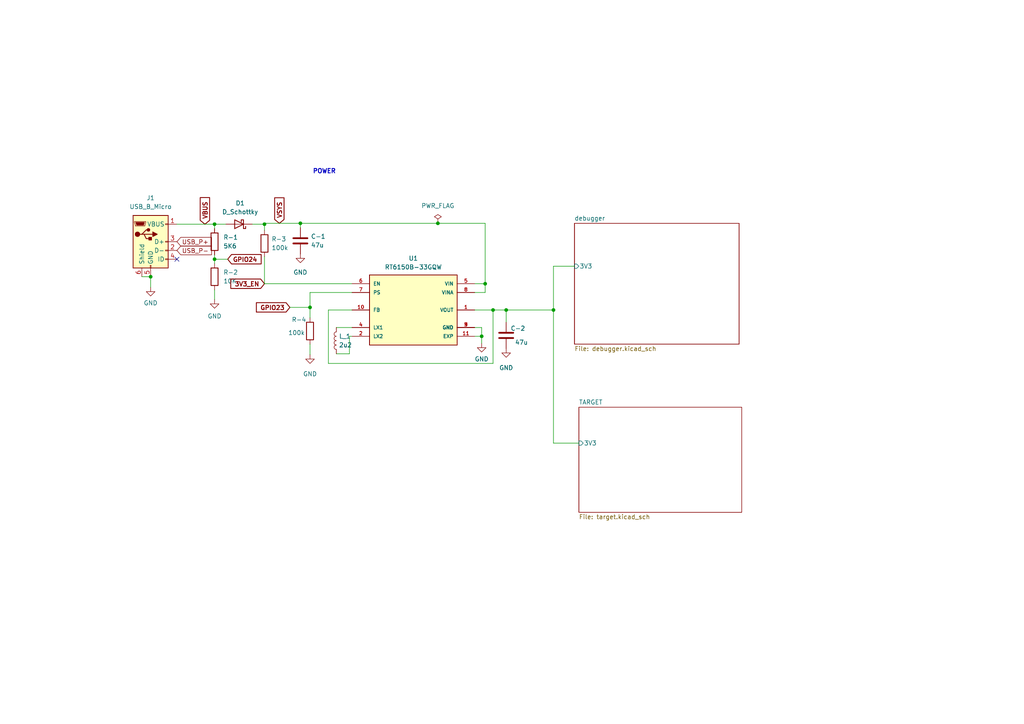
<source format=kicad_sch>
(kicad_sch (version 20211123) (generator eeschema)

  (uuid ee4edace-43c1-4ba3-8847-a0984ac81a85)

  (paper "A4")

  (title_block
    (title "pico with debugger")
    (date "2023-07-27")
    (rev "2")
    (comment 1 "to design a customised pico with debugger")
    (comment 2 "POWER")
  )

  (lib_symbols
    (symbol "Connector:USB_B_Micro" (pin_names (offset 1.016)) (in_bom yes) (on_board yes)
      (property "Reference" "J" (id 0) (at -5.08 11.43 0)
        (effects (font (size 1.27 1.27)) (justify left))
      )
      (property "Value" "USB_B_Micro" (id 1) (at -5.08 8.89 0)
        (effects (font (size 1.27 1.27)) (justify left))
      )
      (property "Footprint" "" (id 2) (at 3.81 -1.27 0)
        (effects (font (size 1.27 1.27)) hide)
      )
      (property "Datasheet" "~" (id 3) (at 3.81 -1.27 0)
        (effects (font (size 1.27 1.27)) hide)
      )
      (property "ki_keywords" "connector USB micro" (id 4) (at 0 0 0)
        (effects (font (size 1.27 1.27)) hide)
      )
      (property "ki_description" "USB Micro Type B connector" (id 5) (at 0 0 0)
        (effects (font (size 1.27 1.27)) hide)
      )
      (property "ki_fp_filters" "USB*" (id 6) (at 0 0 0)
        (effects (font (size 1.27 1.27)) hide)
      )
      (symbol "USB_B_Micro_0_1"
        (rectangle (start -5.08 -7.62) (end 5.08 7.62)
          (stroke (width 0.254) (type default) (color 0 0 0 0))
          (fill (type background))
        )
        (circle (center -3.81 2.159) (radius 0.635)
          (stroke (width 0.254) (type default) (color 0 0 0 0))
          (fill (type outline))
        )
        (circle (center -0.635 3.429) (radius 0.381)
          (stroke (width 0.254) (type default) (color 0 0 0 0))
          (fill (type outline))
        )
        (rectangle (start -0.127 -7.62) (end 0.127 -6.858)
          (stroke (width 0) (type default) (color 0 0 0 0))
          (fill (type none))
        )
        (polyline
          (pts
            (xy -1.905 2.159)
            (xy 0.635 2.159)
          )
          (stroke (width 0.254) (type default) (color 0 0 0 0))
          (fill (type none))
        )
        (polyline
          (pts
            (xy -3.175 2.159)
            (xy -2.54 2.159)
            (xy -1.27 3.429)
            (xy -0.635 3.429)
          )
          (stroke (width 0.254) (type default) (color 0 0 0 0))
          (fill (type none))
        )
        (polyline
          (pts
            (xy -2.54 2.159)
            (xy -1.905 2.159)
            (xy -1.27 0.889)
            (xy 0 0.889)
          )
          (stroke (width 0.254) (type default) (color 0 0 0 0))
          (fill (type none))
        )
        (polyline
          (pts
            (xy 0.635 2.794)
            (xy 0.635 1.524)
            (xy 1.905 2.159)
            (xy 0.635 2.794)
          )
          (stroke (width 0.254) (type default) (color 0 0 0 0))
          (fill (type outline))
        )
        (polyline
          (pts
            (xy -4.318 5.588)
            (xy -1.778 5.588)
            (xy -2.032 4.826)
            (xy -4.064 4.826)
            (xy -4.318 5.588)
          )
          (stroke (width 0) (type default) (color 0 0 0 0))
          (fill (type outline))
        )
        (polyline
          (pts
            (xy -4.699 5.842)
            (xy -4.699 5.588)
            (xy -4.445 4.826)
            (xy -4.445 4.572)
            (xy -1.651 4.572)
            (xy -1.651 4.826)
            (xy -1.397 5.588)
            (xy -1.397 5.842)
            (xy -4.699 5.842)
          )
          (stroke (width 0) (type default) (color 0 0 0 0))
          (fill (type none))
        )
        (rectangle (start 0.254 1.27) (end -0.508 0.508)
          (stroke (width 0.254) (type default) (color 0 0 0 0))
          (fill (type outline))
        )
        (rectangle (start 5.08 -5.207) (end 4.318 -4.953)
          (stroke (width 0) (type default) (color 0 0 0 0))
          (fill (type none))
        )
        (rectangle (start 5.08 -2.667) (end 4.318 -2.413)
          (stroke (width 0) (type default) (color 0 0 0 0))
          (fill (type none))
        )
        (rectangle (start 5.08 -0.127) (end 4.318 0.127)
          (stroke (width 0) (type default) (color 0 0 0 0))
          (fill (type none))
        )
        (rectangle (start 5.08 4.953) (end 4.318 5.207)
          (stroke (width 0) (type default) (color 0 0 0 0))
          (fill (type none))
        )
      )
      (symbol "USB_B_Micro_1_1"
        (pin power_out line (at 7.62 5.08 180) (length 2.54)
          (name "VBUS" (effects (font (size 1.27 1.27))))
          (number "1" (effects (font (size 1.27 1.27))))
        )
        (pin bidirectional line (at 7.62 -2.54 180) (length 2.54)
          (name "D-" (effects (font (size 1.27 1.27))))
          (number "2" (effects (font (size 1.27 1.27))))
        )
        (pin bidirectional line (at 7.62 0 180) (length 2.54)
          (name "D+" (effects (font (size 1.27 1.27))))
          (number "3" (effects (font (size 1.27 1.27))))
        )
        (pin passive line (at 7.62 -5.08 180) (length 2.54)
          (name "ID" (effects (font (size 1.27 1.27))))
          (number "4" (effects (font (size 1.27 1.27))))
        )
        (pin power_out line (at 0 -10.16 90) (length 2.54)
          (name "GND" (effects (font (size 1.27 1.27))))
          (number "5" (effects (font (size 1.27 1.27))))
        )
        (pin passive line (at -2.54 -10.16 90) (length 2.54)
          (name "Shield" (effects (font (size 1.27 1.27))))
          (number "6" (effects (font (size 1.27 1.27))))
        )
      )
    )
    (symbol "Device:C" (pin_numbers hide) (pin_names (offset 0.254)) (in_bom yes) (on_board yes)
      (property "Reference" "C" (id 0) (at 0.635 2.54 0)
        (effects (font (size 1.27 1.27)) (justify left))
      )
      (property "Value" "C" (id 1) (at 0.635 -2.54 0)
        (effects (font (size 1.27 1.27)) (justify left))
      )
      (property "Footprint" "" (id 2) (at 0.9652 -3.81 0)
        (effects (font (size 1.27 1.27)) hide)
      )
      (property "Datasheet" "~" (id 3) (at 0 0 0)
        (effects (font (size 1.27 1.27)) hide)
      )
      (property "ki_keywords" "cap capacitor" (id 4) (at 0 0 0)
        (effects (font (size 1.27 1.27)) hide)
      )
      (property "ki_description" "Unpolarized capacitor" (id 5) (at 0 0 0)
        (effects (font (size 1.27 1.27)) hide)
      )
      (property "ki_fp_filters" "C_*" (id 6) (at 0 0 0)
        (effects (font (size 1.27 1.27)) hide)
      )
      (symbol "C_0_1"
        (polyline
          (pts
            (xy -2.032 -0.762)
            (xy 2.032 -0.762)
          )
          (stroke (width 0.508) (type default) (color 0 0 0 0))
          (fill (type none))
        )
        (polyline
          (pts
            (xy -2.032 0.762)
            (xy 2.032 0.762)
          )
          (stroke (width 0.508) (type default) (color 0 0 0 0))
          (fill (type none))
        )
      )
      (symbol "C_1_1"
        (pin passive line (at 0 3.81 270) (length 2.794)
          (name "~" (effects (font (size 1.27 1.27))))
          (number "1" (effects (font (size 1.27 1.27))))
        )
        (pin passive line (at 0 -3.81 90) (length 2.794)
          (name "~" (effects (font (size 1.27 1.27))))
          (number "2" (effects (font (size 1.27 1.27))))
        )
      )
    )
    (symbol "Device:D_Schottky" (pin_numbers hide) (pin_names (offset 1.016) hide) (in_bom yes) (on_board yes)
      (property "Reference" "D" (id 0) (at 0 2.54 0)
        (effects (font (size 1.27 1.27)))
      )
      (property "Value" "D_Schottky" (id 1) (at 0 -2.54 0)
        (effects (font (size 1.27 1.27)))
      )
      (property "Footprint" "" (id 2) (at 0 0 0)
        (effects (font (size 1.27 1.27)) hide)
      )
      (property "Datasheet" "~" (id 3) (at 0 0 0)
        (effects (font (size 1.27 1.27)) hide)
      )
      (property "ki_keywords" "diode Schottky" (id 4) (at 0 0 0)
        (effects (font (size 1.27 1.27)) hide)
      )
      (property "ki_description" "Schottky diode" (id 5) (at 0 0 0)
        (effects (font (size 1.27 1.27)) hide)
      )
      (property "ki_fp_filters" "TO-???* *_Diode_* *SingleDiode* D_*" (id 6) (at 0 0 0)
        (effects (font (size 1.27 1.27)) hide)
      )
      (symbol "D_Schottky_0_1"
        (polyline
          (pts
            (xy 1.27 0)
            (xy -1.27 0)
          )
          (stroke (width 0) (type default) (color 0 0 0 0))
          (fill (type none))
        )
        (polyline
          (pts
            (xy 1.27 1.27)
            (xy 1.27 -1.27)
            (xy -1.27 0)
            (xy 1.27 1.27)
          )
          (stroke (width 0.254) (type default) (color 0 0 0 0))
          (fill (type none))
        )
        (polyline
          (pts
            (xy -1.905 0.635)
            (xy -1.905 1.27)
            (xy -1.27 1.27)
            (xy -1.27 -1.27)
            (xy -0.635 -1.27)
            (xy -0.635 -0.635)
          )
          (stroke (width 0.254) (type default) (color 0 0 0 0))
          (fill (type none))
        )
      )
      (symbol "D_Schottky_1_1"
        (pin passive line (at -3.81 0 0) (length 2.54)
          (name "K" (effects (font (size 1.27 1.27))))
          (number "1" (effects (font (size 1.27 1.27))))
        )
        (pin passive line (at 3.81 0 180) (length 2.54)
          (name "A" (effects (font (size 1.27 1.27))))
          (number "2" (effects (font (size 1.27 1.27))))
        )
      )
    )
    (symbol "Device:L" (pin_numbers hide) (pin_names (offset 1.016) hide) (in_bom yes) (on_board yes)
      (property "Reference" "L" (id 0) (at -1.27 0 90)
        (effects (font (size 1.27 1.27)))
      )
      (property "Value" "L" (id 1) (at 1.905 0 90)
        (effects (font (size 1.27 1.27)))
      )
      (property "Footprint" "" (id 2) (at 0 0 0)
        (effects (font (size 1.27 1.27)) hide)
      )
      (property "Datasheet" "~" (id 3) (at 0 0 0)
        (effects (font (size 1.27 1.27)) hide)
      )
      (property "ki_keywords" "inductor choke coil reactor magnetic" (id 4) (at 0 0 0)
        (effects (font (size 1.27 1.27)) hide)
      )
      (property "ki_description" "Inductor" (id 5) (at 0 0 0)
        (effects (font (size 1.27 1.27)) hide)
      )
      (property "ki_fp_filters" "Choke_* *Coil* Inductor_* L_*" (id 6) (at 0 0 0)
        (effects (font (size 1.27 1.27)) hide)
      )
      (symbol "L_0_1"
        (arc (start 0 -2.54) (mid 0.635 -1.905) (end 0 -1.27)
          (stroke (width 0) (type default) (color 0 0 0 0))
          (fill (type none))
        )
        (arc (start 0 -1.27) (mid 0.635 -0.635) (end 0 0)
          (stroke (width 0) (type default) (color 0 0 0 0))
          (fill (type none))
        )
        (arc (start 0 0) (mid 0.635 0.635) (end 0 1.27)
          (stroke (width 0) (type default) (color 0 0 0 0))
          (fill (type none))
        )
        (arc (start 0 1.27) (mid 0.635 1.905) (end 0 2.54)
          (stroke (width 0) (type default) (color 0 0 0 0))
          (fill (type none))
        )
      )
      (symbol "L_1_1"
        (pin passive line (at 0 3.81 270) (length 1.27)
          (name "1" (effects (font (size 1.27 1.27))))
          (number "1" (effects (font (size 1.27 1.27))))
        )
        (pin passive line (at 0 -3.81 90) (length 1.27)
          (name "2" (effects (font (size 1.27 1.27))))
          (number "2" (effects (font (size 1.27 1.27))))
        )
      )
    )
    (symbol "Device:R" (pin_numbers hide) (pin_names (offset 0)) (in_bom yes) (on_board yes)
      (property "Reference" "R" (id 0) (at 2.032 0 90)
        (effects (font (size 1.27 1.27)))
      )
      (property "Value" "R" (id 1) (at 0 0 90)
        (effects (font (size 1.27 1.27)))
      )
      (property "Footprint" "" (id 2) (at -1.778 0 90)
        (effects (font (size 1.27 1.27)) hide)
      )
      (property "Datasheet" "~" (id 3) (at 0 0 0)
        (effects (font (size 1.27 1.27)) hide)
      )
      (property "ki_keywords" "R res resistor" (id 4) (at 0 0 0)
        (effects (font (size 1.27 1.27)) hide)
      )
      (property "ki_description" "Resistor" (id 5) (at 0 0 0)
        (effects (font (size 1.27 1.27)) hide)
      )
      (property "ki_fp_filters" "R_*" (id 6) (at 0 0 0)
        (effects (font (size 1.27 1.27)) hide)
      )
      (symbol "R_0_1"
        (rectangle (start -1.016 -2.54) (end 1.016 2.54)
          (stroke (width 0.254) (type default) (color 0 0 0 0))
          (fill (type none))
        )
      )
      (symbol "R_1_1"
        (pin passive line (at 0 3.81 270) (length 1.27)
          (name "~" (effects (font (size 1.27 1.27))))
          (number "1" (effects (font (size 1.27 1.27))))
        )
        (pin passive line (at 0 -3.81 90) (length 1.27)
          (name "~" (effects (font (size 1.27 1.27))))
          (number "2" (effects (font (size 1.27 1.27))))
        )
      )
    )
    (symbol "RT6150B-33GQW:RT6150B-33GQW" (pin_names (offset 1.016)) (in_bom yes) (on_board yes)
      (property "Reference" "U" (id 0) (at -12.7028 10.1622 0)
        (effects (font (size 1.27 1.27)) (justify left bottom))
      )
      (property "Value" "RT6150B-33GQW" (id 1) (at -12.7184 -12.7184 0)
        (effects (font (size 1.27 1.27)) (justify left bottom))
      )
      (property "Footprint" "SON50P250X250X80-11N" (id 2) (at 0 0 0)
        (effects (font (size 1.27 1.27)) (justify bottom) hide)
      )
      (property "Datasheet" "" (id 3) (at 0 0 0)
        (effects (font (size 1.27 1.27)) hide)
      )
      (property "MANUFACTURER" "Richtek" (id 4) (at 0 0 0)
        (effects (font (size 1.27 1.27)) (justify bottom) hide)
      )
      (symbol "RT6150B-33GQW_0_0"
        (rectangle (start -12.7 -10.16) (end 12.7 10.16)
          (stroke (width 0.254) (type default) (color 0 0 0 0))
          (fill (type background))
        )
        (pin power_out line (at 17.78 0 180) (length 5.08)
          (name "VOUT" (effects (font (size 1.016 1.016))))
          (number "1" (effects (font (size 1.016 1.016))))
        )
        (pin input line (at -17.78 0 0) (length 5.08)
          (name "FB" (effects (font (size 1.016 1.016))))
          (number "10" (effects (font (size 1.016 1.016))))
        )
        (pin passive line (at 17.78 -7.62 180) (length 5.08)
          (name "EXP" (effects (font (size 1.016 1.016))))
          (number "11" (effects (font (size 1.016 1.016))))
        )
        (pin passive line (at -17.78 -7.62 0) (length 5.08)
          (name "LX2" (effects (font (size 1.016 1.016))))
          (number "2" (effects (font (size 1.016 1.016))))
        )
        (pin power_in line (at 17.78 -5.08 180) (length 5.08)
          (name "GND" (effects (font (size 1.016 1.016))))
          (number "3" (effects (font (size 1.016 1.016))))
        )
        (pin passive line (at -17.78 -5.08 0) (length 5.08)
          (name "LX1" (effects (font (size 1.016 1.016))))
          (number "4" (effects (font (size 1.016 1.016))))
        )
        (pin power_in line (at 17.78 7.62 180) (length 5.08)
          (name "VIN" (effects (font (size 1.016 1.016))))
          (number "5" (effects (font (size 1.016 1.016))))
        )
        (pin input line (at -17.78 7.62 0) (length 5.08)
          (name "EN" (effects (font (size 1.016 1.016))))
          (number "6" (effects (font (size 1.016 1.016))))
        )
        (pin input line (at -17.78 5.08 0) (length 5.08)
          (name "PS" (effects (font (size 1.016 1.016))))
          (number "7" (effects (font (size 1.016 1.016))))
        )
        (pin power_in line (at 17.78 5.08 180) (length 5.08)
          (name "VINA" (effects (font (size 1.016 1.016))))
          (number "8" (effects (font (size 1.016 1.016))))
        )
        (pin power_in line (at 17.78 -5.08 180) (length 5.08)
          (name "GND" (effects (font (size 1.016 1.016))))
          (number "9" (effects (font (size 1.016 1.016))))
        )
      )
    )
    (symbol "power:GND" (power) (pin_names (offset 0)) (in_bom yes) (on_board yes)
      (property "Reference" "#PWR" (id 0) (at 0 -6.35 0)
        (effects (font (size 1.27 1.27)) hide)
      )
      (property "Value" "GND" (id 1) (at 0 -3.81 0)
        (effects (font (size 1.27 1.27)))
      )
      (property "Footprint" "" (id 2) (at 0 0 0)
        (effects (font (size 1.27 1.27)) hide)
      )
      (property "Datasheet" "" (id 3) (at 0 0 0)
        (effects (font (size 1.27 1.27)) hide)
      )
      (property "ki_keywords" "global power" (id 4) (at 0 0 0)
        (effects (font (size 1.27 1.27)) hide)
      )
      (property "ki_description" "Power symbol creates a global label with name \"GND\" , ground" (id 5) (at 0 0 0)
        (effects (font (size 1.27 1.27)) hide)
      )
      (symbol "GND_0_1"
        (polyline
          (pts
            (xy 0 0)
            (xy 0 -1.27)
            (xy 1.27 -1.27)
            (xy 0 -2.54)
            (xy -1.27 -1.27)
            (xy 0 -1.27)
          )
          (stroke (width 0) (type default) (color 0 0 0 0))
          (fill (type none))
        )
      )
      (symbol "GND_1_1"
        (pin power_in line (at 0 0 270) (length 0) hide
          (name "GND" (effects (font (size 1.27 1.27))))
          (number "1" (effects (font (size 1.27 1.27))))
        )
      )
    )
    (symbol "power:PWR_FLAG" (power) (pin_numbers hide) (pin_names (offset 0) hide) (in_bom yes) (on_board yes)
      (property "Reference" "#FLG" (id 0) (at 0 1.905 0)
        (effects (font (size 1.27 1.27)) hide)
      )
      (property "Value" "PWR_FLAG" (id 1) (at 0 3.81 0)
        (effects (font (size 1.27 1.27)))
      )
      (property "Footprint" "" (id 2) (at 0 0 0)
        (effects (font (size 1.27 1.27)) hide)
      )
      (property "Datasheet" "~" (id 3) (at 0 0 0)
        (effects (font (size 1.27 1.27)) hide)
      )
      (property "ki_keywords" "flag power" (id 4) (at 0 0 0)
        (effects (font (size 1.27 1.27)) hide)
      )
      (property "ki_description" "Special symbol for telling ERC where power comes from" (id 5) (at 0 0 0)
        (effects (font (size 1.27 1.27)) hide)
      )
      (symbol "PWR_FLAG_0_0"
        (pin power_out line (at 0 0 90) (length 0)
          (name "pwr" (effects (font (size 1.27 1.27))))
          (number "1" (effects (font (size 1.27 1.27))))
        )
      )
      (symbol "PWR_FLAG_0_1"
        (polyline
          (pts
            (xy 0 0)
            (xy 0 1.27)
            (xy -1.016 1.905)
            (xy 0 2.54)
            (xy 1.016 1.905)
            (xy 0 1.27)
          )
          (stroke (width 0) (type default) (color 0 0 0 0))
          (fill (type none))
        )
      )
    )
  )

  (junction (at 62.23 65.024) (diameter 0) (color 0 0 0 0)
    (uuid 0826496b-ca8d-4056-b3a7-352600657cbd)
  )
  (junction (at 146.812 89.916) (diameter 0) (color 0 0 0 0)
    (uuid 133d2553-daab-4cc9-aba2-158897926810)
  )
  (junction (at 143.002 89.916) (diameter 0) (color 0 0 0 0)
    (uuid 28ca50d7-3d77-44b1-9d92-5c48f2eed9e8)
  )
  (junction (at 127 64.77) (diameter 0) (color 0 0 0 0)
    (uuid 49ec5564-15fe-4839-807e-b36e0111b7d0)
  )
  (junction (at 76.708 65.024) (diameter 0) (color 0 0 0 0)
    (uuid 4e66a4ac-aee0-4700-80a5-54f14e453503)
  )
  (junction (at 140.716 82.296) (diameter 0) (color 0 0 0 0)
    (uuid 623c3d78-3bdf-4638-8993-84a0af104631)
  )
  (junction (at 89.916 89.154) (diameter 0) (color 0 0 0 0)
    (uuid 6aac26ec-6ac7-4679-82ac-c3f8ba231918)
  )
  (junction (at 160.528 89.916) (diameter 0) (color 0 0 0 0)
    (uuid 71813a84-7c1a-4897-8c61-34a7fe35782d)
  )
  (junction (at 62.23 75.184) (diameter 0) (color 0 0 0 0)
    (uuid 7226d7ab-8069-4162-935f-476b7dc59f7d)
  )
  (junction (at 87.122 64.77) (diameter 0) (color 0 0 0 0)
    (uuid 99b5c057-2d2a-42bf-b163-91343961e23a)
  )
  (junction (at 43.688 80.264) (diameter 0) (color 0 0 0 0)
    (uuid 9ae93f0c-eb9c-465d-bd1a-c46f067cce49)
  )
  (junction (at 139.7 97.536) (diameter 0) (color 0 0 0 0)
    (uuid cc6ccc0f-f05e-41b3-9834-199369f70d32)
  )

  (no_connect (at 51.308 75.184) (uuid 2e979fe1-9f71-4fc7-a8fe-8fdfb9bfe305))

  (wire (pts (xy 89.916 99.822) (xy 89.916 102.87))
    (stroke (width 0) (type default) (color 0 0 0 0))
    (uuid 0bd2044b-f5a6-4e26-8d8f-fcee5872adb9)
  )
  (wire (pts (xy 102.108 97.536) (xy 101.346 97.536))
    (stroke (width 0) (type default) (color 0 0 0 0))
    (uuid 0e0d45b4-1b8c-417a-bd6a-6fb66143ee3e)
  )
  (wire (pts (xy 62.23 75.184) (xy 66.04 75.184))
    (stroke (width 0) (type default) (color 0 0 0 0))
    (uuid 102f808b-e98f-417f-b18c-d153a45dcb52)
  )
  (wire (pts (xy 62.23 73.914) (xy 62.23 75.184))
    (stroke (width 0) (type default) (color 0 0 0 0))
    (uuid 11f1c23a-8f53-43cd-9176-8492ff38fe4e)
  )
  (wire (pts (xy 62.23 84.074) (xy 62.23 86.868))
    (stroke (width 0) (type default) (color 0 0 0 0))
    (uuid 17d22d6c-545e-4298-a9cd-4b64b8d174bb)
  )
  (wire (pts (xy 143.002 105.41) (xy 143.002 89.916))
    (stroke (width 0) (type default) (color 0 0 0 0))
    (uuid 23f32f1c-dada-4b43-83af-d20333045011)
  )
  (wire (pts (xy 160.528 77.216) (xy 166.624 77.216))
    (stroke (width 0) (type default) (color 0 0 0 0))
    (uuid 249157d9-93ee-46f4-980e-70e18d07a232)
  )
  (wire (pts (xy 137.668 89.916) (xy 143.002 89.916))
    (stroke (width 0) (type default) (color 0 0 0 0))
    (uuid 27e8a410-b358-42da-8efd-230e37d007d1)
  )
  (wire (pts (xy 84.074 89.154) (xy 89.916 89.154))
    (stroke (width 0) (type default) (color 0 0 0 0))
    (uuid 29d77079-2197-45d8-80a5-05041c67049c)
  )
  (wire (pts (xy 160.528 128.524) (xy 167.894 128.524))
    (stroke (width 0) (type default) (color 0 0 0 0))
    (uuid 2ed895d5-6205-4ced-b0d4-f065834ff4cb)
  )
  (wire (pts (xy 143.002 89.916) (xy 146.812 89.916))
    (stroke (width 0) (type default) (color 0 0 0 0))
    (uuid 3600dfaa-07e8-4413-9e53-5c5d978a7ad2)
  )
  (wire (pts (xy 160.528 89.916) (xy 160.528 128.524))
    (stroke (width 0) (type default) (color 0 0 0 0))
    (uuid 3c5e507a-8566-4054-8323-3de37c626651)
  )
  (wire (pts (xy 62.23 75.184) (xy 62.23 76.454))
    (stroke (width 0) (type default) (color 0 0 0 0))
    (uuid 3f4fa9d9-c182-491b-afb7-198e75976d74)
  )
  (wire (pts (xy 137.668 94.996) (xy 139.7 94.996))
    (stroke (width 0) (type default) (color 0 0 0 0))
    (uuid 404f9e28-3c1d-4dab-aa61-78e61acb2f50)
  )
  (wire (pts (xy 89.916 92.202) (xy 89.916 89.154))
    (stroke (width 0) (type default) (color 0 0 0 0))
    (uuid 45462937-242d-4627-8d9b-d0f7d6cd70b1)
  )
  (wire (pts (xy 146.812 89.916) (xy 146.812 93.472))
    (stroke (width 0) (type default) (color 0 0 0 0))
    (uuid 4fa98cb0-c4ba-4786-9d25-ba8079a08e6f)
  )
  (wire (pts (xy 127 64.77) (xy 140.716 64.77))
    (stroke (width 0) (type default) (color 0 0 0 0))
    (uuid 573f3964-be97-4f0a-9cc0-f84025d055fb)
  )
  (wire (pts (xy 43.688 80.264) (xy 43.688 83.312))
    (stroke (width 0) (type default) (color 0 0 0 0))
    (uuid 580775db-eb9c-4ad4-bc5e-115eea8a7a39)
  )
  (wire (pts (xy 97.536 102.616) (xy 101.346 102.616))
    (stroke (width 0) (type default) (color 0 0 0 0))
    (uuid 58523a89-b42d-4cef-a976-55b4237df757)
  )
  (wire (pts (xy 140.716 82.296) (xy 140.716 84.836))
    (stroke (width 0) (type default) (color 0 0 0 0))
    (uuid 5d5b5873-87a6-42ae-8989-286f337d2366)
  )
  (wire (pts (xy 89.916 89.154) (xy 89.916 84.836))
    (stroke (width 0) (type default) (color 0 0 0 0))
    (uuid 5d9a1692-01fb-4712-ae30-8737bc94ddb4)
  )
  (wire (pts (xy 95.25 89.916) (xy 102.108 89.916))
    (stroke (width 0) (type default) (color 0 0 0 0))
    (uuid 643fd748-0a26-4acc-ac3f-70e6850c10fd)
  )
  (wire (pts (xy 87.122 64.77) (xy 127 64.77))
    (stroke (width 0) (type default) (color 0 0 0 0))
    (uuid 6869e5e9-7cc4-4a99-8e20-e3ea9225e78b)
  )
  (wire (pts (xy 95.25 89.916) (xy 95.25 105.41))
    (stroke (width 0) (type default) (color 0 0 0 0))
    (uuid 6aa3dad7-06eb-463b-b33c-cd6460c2b38c)
  )
  (wire (pts (xy 95.25 105.41) (xy 143.002 105.41))
    (stroke (width 0) (type default) (color 0 0 0 0))
    (uuid 76fd5146-dc0d-4e26-aff7-d318ac46859e)
  )
  (wire (pts (xy 62.23 65.024) (xy 62.23 66.294))
    (stroke (width 0) (type default) (color 0 0 0 0))
    (uuid 7ad683e0-1886-4bfa-8be3-a4160ba86f5a)
  )
  (wire (pts (xy 87.122 66.04) (xy 87.122 64.77))
    (stroke (width 0) (type default) (color 0 0 0 0))
    (uuid 7bc500bd-e5d5-44b6-be13-92da5b1e8f7a)
  )
  (wire (pts (xy 73.152 65.024) (xy 76.708 65.024))
    (stroke (width 0) (type default) (color 0 0 0 0))
    (uuid 7eb98088-b06e-47fe-907d-182f1c5cb9fe)
  )
  (wire (pts (xy 140.716 64.77) (xy 140.716 82.296))
    (stroke (width 0) (type default) (color 0 0 0 0))
    (uuid 81013031-a08a-4653-be14-9a31588a6686)
  )
  (wire (pts (xy 51.308 65.024) (xy 62.23 65.024))
    (stroke (width 0) (type default) (color 0 0 0 0))
    (uuid 829b33da-55a3-46e8-8a08-904f2fbdf8bd)
  )
  (wire (pts (xy 101.346 97.536) (xy 101.346 102.616))
    (stroke (width 0) (type default) (color 0 0 0 0))
    (uuid 86cb3993-5f0e-4fe8-bca0-fbba1bd8e3b5)
  )
  (wire (pts (xy 41.148 80.264) (xy 43.688 80.264))
    (stroke (width 0) (type default) (color 0 0 0 0))
    (uuid 871885ca-6317-4f2a-a012-8482f025dbed)
  )
  (wire (pts (xy 76.708 65.024) (xy 76.708 66.802))
    (stroke (width 0) (type default) (color 0 0 0 0))
    (uuid 960e9666-a023-4c91-900b-6b3628e9b390)
  )
  (wire (pts (xy 139.7 97.536) (xy 137.668 97.536))
    (stroke (width 0) (type default) (color 0 0 0 0))
    (uuid 9b61bcc7-129d-49d3-b374-3fba1844f3a0)
  )
  (wire (pts (xy 146.812 89.916) (xy 160.528 89.916))
    (stroke (width 0) (type default) (color 0 0 0 0))
    (uuid 9d4d786f-533b-41d2-a31e-d223759ce527)
  )
  (wire (pts (xy 97.536 94.996) (xy 102.108 94.996))
    (stroke (width 0) (type default) (color 0 0 0 0))
    (uuid ac7d2af1-8fe2-4e23-82bc-6194f16768ce)
  )
  (wire (pts (xy 76.708 82.296) (xy 102.108 82.296))
    (stroke (width 0) (type default) (color 0 0 0 0))
    (uuid b591a0a0-9f59-4669-b555-1a2aa22d3464)
  )
  (wire (pts (xy 76.708 64.77) (xy 76.708 65.024))
    (stroke (width 0) (type default) (color 0 0 0 0))
    (uuid be8b3886-7a2e-4070-ad95-9f98c9df151c)
  )
  (wire (pts (xy 160.528 89.916) (xy 160.528 77.216))
    (stroke (width 0) (type default) (color 0 0 0 0))
    (uuid c59c90ce-0302-418b-94b8-070e02cd3c18)
  )
  (wire (pts (xy 89.916 84.836) (xy 102.108 84.836))
    (stroke (width 0) (type default) (color 0 0 0 0))
    (uuid d7dcc9fb-85df-40d4-8b9a-1a9f1a85768a)
  )
  (wire (pts (xy 137.668 82.296) (xy 140.716 82.296))
    (stroke (width 0) (type default) (color 0 0 0 0))
    (uuid e063d66f-9a6b-4784-ba24-f4cfaf1cd03f)
  )
  (wire (pts (xy 87.122 64.77) (xy 76.708 64.77))
    (stroke (width 0) (type default) (color 0 0 0 0))
    (uuid e659da7e-0be4-4393-b8a0-bf4f8abc90df)
  )
  (wire (pts (xy 140.716 84.836) (xy 137.668 84.836))
    (stroke (width 0) (type default) (color 0 0 0 0))
    (uuid e7805779-521a-45cf-9e06-826dca755fe8)
  )
  (wire (pts (xy 62.23 65.024) (xy 65.532 65.024))
    (stroke (width 0) (type default) (color 0 0 0 0))
    (uuid e94fb53a-f42d-4fc1-8e8c-38514dad26f4)
  )
  (wire (pts (xy 139.7 97.536) (xy 139.7 99.568))
    (stroke (width 0) (type default) (color 0 0 0 0))
    (uuid ef6b3c30-0428-47ff-a484-b84b98e86e8f)
  )
  (wire (pts (xy 76.708 74.422) (xy 76.708 82.296))
    (stroke (width 0) (type default) (color 0 0 0 0))
    (uuid f40ccf2d-a76d-4437-a064-8b1700d77f29)
  )
  (wire (pts (xy 139.7 94.996) (xy 139.7 97.536))
    (stroke (width 0) (type default) (color 0 0 0 0))
    (uuid f8b561de-0c0d-4302-9c3a-c01cb63e1f15)
  )

  (text "POWER\n" (at 90.678 50.546 0)
    (effects (font (size 1.27 1.27) (thickness 0.254) bold) (justify left bottom))
    (uuid d6420fef-dc08-4edf-b70e-57b70b60ee61)
  )

  (global_label "VSYS" (shape input) (at 81.026 64.77 90) (fields_autoplaced)
    (effects (font (size 1.27 1.27) bold) (justify left))
    (uuid 0bb5e282-0147-491d-bb82-e6e199b84abc)
    (property "Intersheet References" "${INTERSHEET_REFS}" (id 0) (at 80.899 57.5703 90)
      (effects (font (size 1.27 1.27) bold) (justify left) hide)
    )
  )
  (global_label "USB_P-" (shape input) (at 51.308 72.644 0) (fields_autoplaced)
    (effects (font (size 1.27 1.27)) (justify left))
    (uuid 0ffa3896-34c6-4ae8-8e67-9e340844f4dc)
    (property "Intersheet References" "${INTERSHEET_REFS}" (id 0) (at 61.3411 72.5646 0)
      (effects (font (size 1.27 1.27)) (justify left) hide)
    )
  )
  (global_label "USB_P+" (shape input) (at 51.308 70.104 0) (fields_autoplaced)
    (effects (font (size 1.27 1.27)) (justify left))
    (uuid c1bd87c8-60a9-4604-a7fc-24c932d921d0)
    (property "Intersheet References" "${INTERSHEET_REFS}" (id 0) (at 61.3411 70.0246 0)
      (effects (font (size 1.27 1.27)) (justify left) hide)
    )
  )
  (global_label "3V3_EN" (shape input) (at 76.708 82.296 180) (fields_autoplaced)
    (effects (font (size 1.27 1.27) bold) (justify right))
    (uuid d5f99655-f1e5-4df5-9a9c-ec70687f0a2f)
    (property "Intersheet References" "${INTERSHEET_REFS}" (id 0) (at 67.1497 82.423 0)
      (effects (font (size 1.27 1.27) bold) (justify right) hide)
    )
  )
  (global_label "GPIO23" (shape input) (at 84.074 89.154 180) (fields_autoplaced)
    (effects (font (size 1.27 1.27) bold) (justify right))
    (uuid d96ffe9f-09a4-400b-9827-aa0bfdb6f065)
    (property "Intersheet References" "${INTERSHEET_REFS}" (id 0) (at 74.5762 89.027 0)
      (effects (font (size 1.27 1.27) bold) (justify right) hide)
    )
  )
  (global_label "VBUS" (shape input) (at 59.436 65.024 90) (fields_autoplaced)
    (effects (font (size 1.27 1.27) bold) (justify left))
    (uuid e8bc0624-9f72-4c72-aed7-4bec9c95ad1d)
    (property "Intersheet References" "${INTERSHEET_REFS}" (id 0) (at 59.309 57.5219 90)
      (effects (font (size 1.27 1.27) bold) (justify left) hide)
    )
  )
  (global_label "GPIO24" (shape input) (at 66.04 75.184 0) (fields_autoplaced)
    (effects (font (size 1.27 1.27) bold) (justify left))
    (uuid f559dbc3-d4cc-40f1-b8c6-f04047fb3487)
    (property "Intersheet References" "${INTERSHEET_REFS}" (id 0) (at 75.5378 75.057 0)
      (effects (font (size 1.27 1.27) bold) (justify left) hide)
    )
  )

  (symbol (lib_id "Device:L") (at 97.536 98.806 180) (unit 1)
    (in_bom yes) (on_board yes) (fields_autoplaced)
    (uuid 05402c1c-bac6-4630-a524-aaaae337e3ce)
    (property "Reference" "L_1" (id 0) (at 98.298 97.5359 0)
      (effects (font (size 1.27 1.27)) (justify right))
    )
    (property "Value" "2u2" (id 1) (at 98.298 100.0759 0)
      (effects (font (size 1.27 1.27)) (justify right))
    )
    (property "Footprint" "Inductor_SMD:L_1210_3225Metric_Pad1.42x2.65mm_HandSolder" (id 2) (at 97.536 98.806 0)
      (effects (font (size 1.27 1.27)) hide)
    )
    (property "Datasheet" "~" (id 3) (at 97.536 98.806 0)
      (effects (font (size 1.27 1.27)) hide)
    )
    (pin "1" (uuid fbae783e-d191-445f-8d27-57865db2605a))
    (pin "2" (uuid 9305d24f-761a-4103-a008-90bd32612b43))
  )

  (symbol (lib_id "Device:R") (at 62.23 80.264 0) (unit 1)
    (in_bom yes) (on_board yes) (fields_autoplaced)
    (uuid 13676f85-a91c-4a5b-a912-fd6677c647de)
    (property "Reference" "R-2" (id 0) (at 64.77 78.9939 0)
      (effects (font (size 1.27 1.27)) (justify left))
    )
    (property "Value" "10K" (id 1) (at 64.77 81.5339 0)
      (effects (font (size 1.27 1.27)) (justify left))
    )
    (property "Footprint" "Resistor_SMD:R_0805_2012Metric_Pad1.20x1.40mm_HandSolder" (id 2) (at 60.452 80.264 90)
      (effects (font (size 1.27 1.27)) hide)
    )
    (property "Datasheet" "~" (id 3) (at 62.23 80.264 0)
      (effects (font (size 1.27 1.27)) hide)
    )
    (pin "1" (uuid 3d95420f-5d57-46d5-aa02-6d3a064e129c))
    (pin "2" (uuid ceebb65c-9a5f-4a8f-beea-ac36616fdea6))
  )

  (symbol (lib_id "Connector:USB_B_Micro") (at 43.688 70.104 0) (unit 1)
    (in_bom yes) (on_board yes) (fields_autoplaced)
    (uuid 19d8d802-f68b-438a-bc1f-7a8bbb47b3ea)
    (property "Reference" "J1" (id 0) (at 43.688 57.404 0))
    (property "Value" "USB_B_Micro" (id 1) (at 43.688 59.944 0))
    (property "Footprint" "MICRO USB B:101181930001LF" (id 2) (at 47.498 71.374 0)
      (effects (font (size 1.27 1.27)) hide)
    )
    (property "Datasheet" "~" (id 3) (at 47.498 71.374 0)
      (effects (font (size 1.27 1.27)) hide)
    )
    (pin "1" (uuid 8189d7a4-4ab0-44a7-af1e-014ffe8e4576))
    (pin "2" (uuid 17768290-30a5-4312-b28b-110958ac3516))
    (pin "3" (uuid 442c3568-5673-426b-9e6b-1e93be18d240))
    (pin "4" (uuid 8693f815-5e45-45ea-98e5-34f673eb51fd))
    (pin "5" (uuid ab3efdc0-c007-4c1c-b894-d4bfcad435ee))
    (pin "6" (uuid 80c3a5db-157d-4e57-8a99-2ad564c4c253))
  )

  (symbol (lib_id "Device:D_Schottky") (at 69.342 65.024 180) (unit 1)
    (in_bom yes) (on_board yes) (fields_autoplaced)
    (uuid 237944f1-6a60-4b80-8aa2-6a2ea78f0c43)
    (property "Reference" "D1" (id 0) (at 69.6595 58.928 0))
    (property "Value" "D_Schottky" (id 1) (at 69.6595 61.468 0))
    (property "Footprint" "schottky:SODFL3616X98N" (id 2) (at 69.342 65.024 0)
      (effects (font (size 1.27 1.27)) hide)
    )
    (property "Datasheet" "~" (id 3) (at 69.342 65.024 0)
      (effects (font (size 1.27 1.27)) hide)
    )
    (pin "1" (uuid a5c93723-69f3-4653-8223-36654edcfa3e))
    (pin "2" (uuid 65946008-f208-4bac-88f6-b10057d0414e))
  )

  (symbol (lib_id "power:GND") (at 146.812 101.092 0) (unit 1)
    (in_bom yes) (on_board yes) (fields_autoplaced)
    (uuid 30b1948a-19f4-4269-9991-6129b0ba14b1)
    (property "Reference" "#PWR07" (id 0) (at 146.812 107.442 0)
      (effects (font (size 1.27 1.27)) hide)
    )
    (property "Value" "GND" (id 1) (at 146.812 106.68 0))
    (property "Footprint" "" (id 2) (at 146.812 101.092 0)
      (effects (font (size 1.27 1.27)) hide)
    )
    (property "Datasheet" "" (id 3) (at 146.812 101.092 0)
      (effects (font (size 1.27 1.27)) hide)
    )
    (pin "1" (uuid 1b744a80-b5df-4329-a903-c57acc285429))
  )

  (symbol (lib_id "power:GND") (at 139.7 99.568 0) (unit 1)
    (in_bom yes) (on_board yes) (fields_autoplaced)
    (uuid 45801bf3-6645-48ed-844d-bc51471d6128)
    (property "Reference" "#PWR06" (id 0) (at 139.7 105.918 0)
      (effects (font (size 1.27 1.27)) hide)
    )
    (property "Value" "GND" (id 1) (at 139.7 104.14 0))
    (property "Footprint" "" (id 2) (at 139.7 99.568 0)
      (effects (font (size 1.27 1.27)) hide)
    )
    (property "Datasheet" "" (id 3) (at 139.7 99.568 0)
      (effects (font (size 1.27 1.27)) hide)
    )
    (pin "1" (uuid c3b6985e-f492-4917-a445-ccd854bc1b19))
  )

  (symbol (lib_id "power:GND") (at 87.122 73.66 0) (unit 1)
    (in_bom yes) (on_board yes) (fields_autoplaced)
    (uuid 4e42a9f0-450f-4daa-b880-853d131edbf9)
    (property "Reference" "#PWR04" (id 0) (at 87.122 80.01 0)
      (effects (font (size 1.27 1.27)) hide)
    )
    (property "Value" "GND" (id 1) (at 87.122 78.994 0))
    (property "Footprint" "" (id 2) (at 87.122 73.66 0)
      (effects (font (size 1.27 1.27)) hide)
    )
    (property "Datasheet" "" (id 3) (at 87.122 73.66 0)
      (effects (font (size 1.27 1.27)) hide)
    )
    (pin "1" (uuid 27105c88-1213-4437-afee-c5de3bb7d25f))
  )

  (symbol (lib_id "power:GND") (at 89.916 102.87 0) (unit 1)
    (in_bom yes) (on_board yes) (fields_autoplaced)
    (uuid 4efbcf31-69fe-46f9-a0c5-57aaf4ee0cb1)
    (property "Reference" "#PWR05" (id 0) (at 89.916 109.22 0)
      (effects (font (size 1.27 1.27)) hide)
    )
    (property "Value" "GND" (id 1) (at 89.916 108.458 0))
    (property "Footprint" "" (id 2) (at 89.916 102.87 0)
      (effects (font (size 1.27 1.27)) hide)
    )
    (property "Datasheet" "" (id 3) (at 89.916 102.87 0)
      (effects (font (size 1.27 1.27)) hide)
    )
    (pin "1" (uuid 947e460c-01e2-4627-94c3-6126b9a69b98))
  )

  (symbol (lib_id "Device:C") (at 146.812 97.282 0) (unit 1)
    (in_bom yes) (on_board yes)
    (uuid 8ce10f10-c70f-4f7f-9c88-0272c57d26f7)
    (property "Reference" "C-2" (id 0) (at 148.082 95.25 0)
      (effects (font (size 1.27 1.27)) (justify left))
    )
    (property "Value" "47u" (id 1) (at 149.352 99.314 0)
      (effects (font (size 1.27 1.27)) (justify left))
    )
    (property "Footprint" "Capacitor_SMD:C_0805_2012Metric" (id 2) (at 147.7772 101.092 0)
      (effects (font (size 1.27 1.27)) hide)
    )
    (property "Datasheet" "~" (id 3) (at 146.812 97.282 0)
      (effects (font (size 1.27 1.27)) hide)
    )
    (pin "1" (uuid f5e1d3ad-45de-40d6-a15f-d29a1c5bfafc))
    (pin "2" (uuid 44f6d893-0e33-48b6-8210-0d88cb5afaff))
  )

  (symbol (lib_id "RT6150B-33GQW:RT6150B-33GQW") (at 119.888 89.916 0) (unit 1)
    (in_bom yes) (on_board yes) (fields_autoplaced)
    (uuid 962e3ada-7c72-4e85-82cb-946c59c81d73)
    (property "Reference" "U1" (id 0) (at 119.888 74.93 0))
    (property "Value" "RT6150B-33GQW" (id 1) (at 119.888 77.47 0))
    (property "Footprint" "buck converter:SON50P250X250X80-11N" (id 2) (at 119.888 89.916 0)
      (effects (font (size 1.27 1.27)) (justify bottom) hide)
    )
    (property "Datasheet" "" (id 3) (at 119.888 89.916 0)
      (effects (font (size 1.27 1.27)) hide)
    )
    (property "MANUFACTURER" "Richtek" (id 4) (at 119.888 89.916 0)
      (effects (font (size 1.27 1.27)) (justify bottom) hide)
    )
    (pin "1" (uuid fe216111-c01a-49a5-846d-252907d0ffb7))
    (pin "10" (uuid 113945fe-5565-4b0f-bb72-a131d7284db6))
    (pin "11" (uuid b6f31ad3-74ae-41ef-bac1-e2f2a031e27b))
    (pin "2" (uuid d68c4cd2-a951-4b85-a756-17f7bff61d45))
    (pin "3" (uuid 054465e6-7514-4efa-ba04-5959d8359245))
    (pin "4" (uuid 34fa6f78-fee5-488a-93e4-ebf006d77431))
    (pin "5" (uuid 6ea96757-1a64-4c16-bd3c-7beb3ea8e791))
    (pin "6" (uuid 0c883698-a77c-48c5-9c61-4fd6abb331dd))
    (pin "7" (uuid 90860569-dcb6-4880-ac0e-01b1ad3f638b))
    (pin "8" (uuid bc2c267d-795a-4ffb-a692-e641888f352d))
    (pin "9" (uuid de3abaeb-884a-497f-a125-b57b315b27e7))
  )

  (symbol (lib_id "Device:R") (at 62.23 70.104 0) (unit 1)
    (in_bom yes) (on_board yes) (fields_autoplaced)
    (uuid a3466485-30b6-4f4f-9664-71e3e3dba951)
    (property "Reference" "R-1" (id 0) (at 64.77 68.8339 0)
      (effects (font (size 1.27 1.27)) (justify left))
    )
    (property "Value" "5K6" (id 1) (at 64.77 71.3739 0)
      (effects (font (size 1.27 1.27)) (justify left))
    )
    (property "Footprint" "Resistor_SMD:R_0603_1608Metric_Pad0.98x0.95mm_HandSolder" (id 2) (at 60.452 70.104 90)
      (effects (font (size 1.27 1.27)) hide)
    )
    (property "Datasheet" "~" (id 3) (at 62.23 70.104 0)
      (effects (font (size 1.27 1.27)) hide)
    )
    (pin "1" (uuid 8a911b1d-a527-483e-8947-e013164c9130))
    (pin "2" (uuid 4f3e0f4b-de98-4bb0-bf1e-32e08c788e67))
  )

  (symbol (lib_id "Device:R") (at 76.708 70.612 0) (unit 1)
    (in_bom yes) (on_board yes) (fields_autoplaced)
    (uuid a51b28de-f4bf-4fca-a83e-c82c6d7ef1f1)
    (property "Reference" "R-3" (id 0) (at 78.74 69.3419 0)
      (effects (font (size 1.27 1.27)) (justify left))
    )
    (property "Value" "100k" (id 1) (at 78.74 71.8819 0)
      (effects (font (size 1.27 1.27)) (justify left))
    )
    (property "Footprint" "Resistor_SMD:R_0201_0603Metric_Pad0.64x0.40mm_HandSolder" (id 2) (at 74.93 70.612 90)
      (effects (font (size 1.27 1.27)) hide)
    )
    (property "Datasheet" "~" (id 3) (at 76.708 70.612 0)
      (effects (font (size 1.27 1.27)) hide)
    )
    (pin "1" (uuid 675cd06e-b112-4560-a74d-9886588f8b3b))
    (pin "2" (uuid 7bb548d0-e2eb-4ae0-9781-44857cfcead4))
  )

  (symbol (lib_id "power:GND") (at 43.688 83.312 0) (unit 1)
    (in_bom yes) (on_board yes) (fields_autoplaced)
    (uuid c63fc439-6641-479e-a82d-545a4f88a254)
    (property "Reference" "#PWR01" (id 0) (at 43.688 89.662 0)
      (effects (font (size 1.27 1.27)) hide)
    )
    (property "Value" "GND" (id 1) (at 43.688 87.884 0))
    (property "Footprint" "" (id 2) (at 43.688 83.312 0)
      (effects (font (size 1.27 1.27)) hide)
    )
    (property "Datasheet" "" (id 3) (at 43.688 83.312 0)
      (effects (font (size 1.27 1.27)) hide)
    )
    (pin "1" (uuid 7b40c7b1-baea-4fff-a866-5856f6cfdcb6))
  )

  (symbol (lib_id "Device:R") (at 89.916 96.012 0) (unit 1)
    (in_bom yes) (on_board yes)
    (uuid d2d4a84b-fadc-47d5-900d-b797b8bb31f6)
    (property "Reference" "R-4" (id 0) (at 84.582 92.71 0)
      (effects (font (size 1.27 1.27)) (justify left))
    )
    (property "Value" "100k" (id 1) (at 83.566 96.52 0)
      (effects (font (size 1.27 1.27)) (justify left))
    )
    (property "Footprint" "Resistor_SMD:R_0201_0603Metric_Pad0.64x0.40mm_HandSolder" (id 2) (at 88.138 96.012 90)
      (effects (font (size 1.27 1.27)) hide)
    )
    (property "Datasheet" "~" (id 3) (at 89.916 96.012 0)
      (effects (font (size 1.27 1.27)) hide)
    )
    (pin "1" (uuid 0cb90dfa-d3bb-40a2-85ee-8ac2dfb0b73f))
    (pin "2" (uuid 95cd2be8-3153-4c06-b645-59b6c1e403af))
  )

  (symbol (lib_id "power:PWR_FLAG") (at 127 64.77 0) (unit 1)
    (in_bom yes) (on_board yes) (fields_autoplaced)
    (uuid d64bbb51-28f9-4a62-82bd-e4aeccfd4bb4)
    (property "Reference" "#FLG0103" (id 0) (at 127 62.865 0)
      (effects (font (size 1.27 1.27)) hide)
    )
    (property "Value" "PWR_FLAG" (id 1) (at 127 59.69 0))
    (property "Footprint" "" (id 2) (at 127 64.77 0)
      (effects (font (size 1.27 1.27)) hide)
    )
    (property "Datasheet" "~" (id 3) (at 127 64.77 0)
      (effects (font (size 1.27 1.27)) hide)
    )
    (pin "1" (uuid aaf3ad56-15e7-4544-a023-25e1e44fa3d8))
  )

  (symbol (lib_id "Device:C") (at 87.122 69.85 0) (unit 1)
    (in_bom yes) (on_board yes) (fields_autoplaced)
    (uuid de3b0d91-ae3a-4854-95ff-f168e80aef8b)
    (property "Reference" "C-1" (id 0) (at 90.17 68.5799 0)
      (effects (font (size 1.27 1.27)) (justify left))
    )
    (property "Value" "47u" (id 1) (at 90.17 71.1199 0)
      (effects (font (size 1.27 1.27)) (justify left))
    )
    (property "Footprint" "Capacitor_SMD:C_0805_2012Metric" (id 2) (at 88.0872 73.66 0)
      (effects (font (size 1.27 1.27)) hide)
    )
    (property "Datasheet" "~" (id 3) (at 87.122 69.85 0)
      (effects (font (size 1.27 1.27)) hide)
    )
    (pin "1" (uuid a41627be-a46e-4a2b-b6f9-95c8c9a541ef))
    (pin "2" (uuid 1959ef56-112a-42fe-ae74-9b5242892f31))
  )

  (symbol (lib_id "power:GND") (at 62.23 86.868 0) (unit 1)
    (in_bom yes) (on_board yes) (fields_autoplaced)
    (uuid f5a01ea4-21c3-42e2-9e42-6d2a3a3552e8)
    (property "Reference" "#PWR03" (id 0) (at 62.23 93.218 0)
      (effects (font (size 1.27 1.27)) hide)
    )
    (property "Value" "GND" (id 1) (at 62.23 91.694 0))
    (property "Footprint" "" (id 2) (at 62.23 86.868 0)
      (effects (font (size 1.27 1.27)) hide)
    )
    (property "Datasheet" "" (id 3) (at 62.23 86.868 0)
      (effects (font (size 1.27 1.27)) hide)
    )
    (pin "1" (uuid 2188d5c4-4539-4f7d-b4ae-7521ec109e43))
  )

  (sheet (at 167.894 118.11) (size 47.244 30.48) (fields_autoplaced)
    (stroke (width 0.1524) (type solid) (color 0 0 0 0))
    (fill (color 0 0 0 0.0000))
    (uuid ab15f1be-e60b-4658-a0f3-75a3d7148f24)
    (property "Sheet name" "TARGET" (id 0) (at 167.894 117.3984 0)
      (effects (font (size 1.27 1.27)) (justify left bottom))
    )
    (property "Sheet file" "target.kicad_sch" (id 1) (at 167.894 149.1746 0)
      (effects (font (size 1.27 1.27)) (justify left top))
    )
    (pin "3V3" input (at 167.894 128.524 180)
      (effects (font (size 1.27 1.27)) (justify left))
      (uuid 437ec905-3299-49a6-92ab-0dec8c82e17c)
    )
  )

  (sheet (at 166.624 64.77) (size 47.752 35.052) (fields_autoplaced)
    (stroke (width 0.1524) (type solid) (color 0 0 0 0))
    (fill (color 0 0 0 0.0000))
    (uuid b6e1e5a4-53bc-4275-b643-b1f23a97d270)
    (property "Sheet name" "debugger" (id 0) (at 166.624 64.0584 0)
      (effects (font (size 1.27 1.27)) (justify left bottom))
    )
    (property "Sheet file" "debugger.kicad_sch" (id 1) (at 166.624 100.4066 0)
      (effects (font (size 1.27 1.27)) (justify left top))
    )
    (pin "3V3" input (at 166.624 77.216 180)
      (effects (font (size 1.27 1.27)) (justify left))
      (uuid a596da59-bfb3-4e97-8026-c70562ba9683)
    )
  )

  (sheet_instances
    (path "/" (page "1"))
    (path "/b6e1e5a4-53bc-4275-b643-b1f23a97d270" (page "2"))
    (path "/ab15f1be-e60b-4658-a0f3-75a3d7148f24" (page "3"))
  )

  (symbol_instances
    (path "/ab15f1be-e60b-4658-a0f3-75a3d7148f24/c2925836-357c-4697-b205-09618bc1103f"
      (reference "#FLG0102") (unit 1) (value "PWR_FLAG") (footprint "")
    )
    (path "/d64bbb51-28f9-4a62-82bd-e4aeccfd4bb4"
      (reference "#FLG0103") (unit 1) (value "PWR_FLAG") (footprint "")
    )
    (path "/c63fc439-6641-479e-a82d-545a4f88a254"
      (reference "#PWR01") (unit 1) (value "GND") (footprint "")
    )
    (path "/f5a01ea4-21c3-42e2-9e42-6d2a3a3552e8"
      (reference "#PWR03") (unit 1) (value "GND") (footprint "")
    )
    (path "/4e42a9f0-450f-4daa-b880-853d131edbf9"
      (reference "#PWR04") (unit 1) (value "GND") (footprint "")
    )
    (path "/4efbcf31-69fe-46f9-a0c5-57aaf4ee0cb1"
      (reference "#PWR05") (unit 1) (value "GND") (footprint "")
    )
    (path "/45801bf3-6645-48ed-844d-bc51471d6128"
      (reference "#PWR06") (unit 1) (value "GND") (footprint "")
    )
    (path "/30b1948a-19f4-4269-9991-6129b0ba14b1"
      (reference "#PWR07") (unit 1) (value "GND") (footprint "")
    )
    (path "/b6e1e5a4-53bc-4275-b643-b1f23a97d270/b87b9ce4-aec7-4b9d-9d63-f1227d3dd1a4"
      (reference "#PWR08") (unit 1) (value "GND") (footprint "")
    )
    (path "/b6e1e5a4-53bc-4275-b643-b1f23a97d270/73988f59-53ba-4475-9ec2-b646510726b4"
      (reference "#PWR09") (unit 1) (value "GND") (footprint "")
    )
    (path "/b6e1e5a4-53bc-4275-b643-b1f23a97d270/c04fe135-e578-4f4e-ba8a-b920087706ca"
      (reference "#PWR010") (unit 1) (value "GND") (footprint "")
    )
    (path "/b6e1e5a4-53bc-4275-b643-b1f23a97d270/eaa3dd85-a237-4789-9cad-5d0cea5cf1cb"
      (reference "#PWR011") (unit 1) (value "GND") (footprint "")
    )
    (path "/b6e1e5a4-53bc-4275-b643-b1f23a97d270/ddc27fa0-2a91-4b7c-90a7-5f96e33303bf"
      (reference "#PWR013") (unit 1) (value "GND") (footprint "")
    )
    (path "/b6e1e5a4-53bc-4275-b643-b1f23a97d270/09429a2a-3e48-4dd1-8ee6-ae5a0679200d"
      (reference "#PWR014") (unit 1) (value "GND") (footprint "")
    )
    (path "/b6e1e5a4-53bc-4275-b643-b1f23a97d270/9885ba9a-2237-45d0-b97e-00b7520bd64b"
      (reference "#PWR015") (unit 1) (value "GND") (footprint "")
    )
    (path "/b6e1e5a4-53bc-4275-b643-b1f23a97d270/2e5c0a78-41a5-4a59-97aa-9e422c3c3226"
      (reference "#PWR016") (unit 1) (value "GND") (footprint "")
    )
    (path "/b6e1e5a4-53bc-4275-b643-b1f23a97d270/69f690ac-4bee-4b08-bfbe-10e02c2d8b5b"
      (reference "#PWR018") (unit 1) (value "GND") (footprint "")
    )
    (path "/ab15f1be-e60b-4658-a0f3-75a3d7148f24/1a486c35-5e98-41c7-b442-fa56656bf58a"
      (reference "#PWR021") (unit 1) (value "GND") (footprint "")
    )
    (path "/ab15f1be-e60b-4658-a0f3-75a3d7148f24/566c8dfc-5301-4ade-bef6-e5e73eed491e"
      (reference "#PWR023") (unit 1) (value "GND") (footprint "")
    )
    (path "/ab15f1be-e60b-4658-a0f3-75a3d7148f24/a1f25f55-5481-4210-9720-b057f54f5db6"
      (reference "#PWR024") (unit 1) (value "GND") (footprint "")
    )
    (path "/ab15f1be-e60b-4658-a0f3-75a3d7148f24/c5956f18-15ad-44d0-97e8-bd86a6f499e2"
      (reference "#PWR025") (unit 1) (value "GND") (footprint "")
    )
    (path "/ab15f1be-e60b-4658-a0f3-75a3d7148f24/f7a1cf20-b952-4cf4-a620-11e631954e4f"
      (reference "#PWR026") (unit 1) (value "GND") (footprint "")
    )
    (path "/ab15f1be-e60b-4658-a0f3-75a3d7148f24/8b46a264-79c8-4fd8-b2f7-069168945481"
      (reference "#PWR027") (unit 1) (value "GND") (footprint "")
    )
    (path "/ab15f1be-e60b-4658-a0f3-75a3d7148f24/2056aed3-1d32-4d7c-98d7-5f0c090835fa"
      (reference "#PWR028") (unit 1) (value "GND") (footprint "")
    )
    (path "/ab15f1be-e60b-4658-a0f3-75a3d7148f24/bcac07fe-8741-426f-a33d-a099213dadb2"
      (reference "#PWR029") (unit 1) (value "GND") (footprint "")
    )
    (path "/ab15f1be-e60b-4658-a0f3-75a3d7148f24/468c51c8-bcd3-4b80-92c1-25a8c5fb9168"
      (reference "#PWR030") (unit 1) (value "GND") (footprint "")
    )
    (path "/ab15f1be-e60b-4658-a0f3-75a3d7148f24/a277701e-5751-4823-af37-6e58ef9112d7"
      (reference "#PWR031") (unit 1) (value "GND") (footprint "")
    )
    (path "/ab15f1be-e60b-4658-a0f3-75a3d7148f24/e35a3cc8-ec03-4ce4-9a7f-c4d02b73fc3e"
      (reference "#PWR033") (unit 1) (value "GND") (footprint "")
    )
    (path "/ab15f1be-e60b-4658-a0f3-75a3d7148f24/734c71ca-fc1d-4543-8942-f058a339a561"
      (reference "#PWR034") (unit 1) (value "GND") (footprint "")
    )
    (path "/ab15f1be-e60b-4658-a0f3-75a3d7148f24/b9732e4f-2693-4a6e-a9de-abc927d701a0"
      (reference "#PWR035") (unit 1) (value "GND") (footprint "")
    )
    (path "/ab15f1be-e60b-4658-a0f3-75a3d7148f24/445ac5da-491e-4841-a57f-8f8f96e2e5ca"
      (reference "#PWR036") (unit 1) (value "GND") (footprint "")
    )
    (path "/b6e1e5a4-53bc-4275-b643-b1f23a97d270/eaf5f585-1661-43d4-999c-7b75e15e0a1d"
      (reference "#PWR0101") (unit 1) (value "GND") (footprint "")
    )
    (path "/ab15f1be-e60b-4658-a0f3-75a3d7148f24/fc6115ed-b3bc-441c-a36f-cf6b1385e15e"
      (reference "#PWR0102") (unit 1) (value "GND") (footprint "")
    )
    (path "/de3b0d91-ae3a-4854-95ff-f168e80aef8b"
      (reference "C-1") (unit 1) (value "47u") (footprint "Capacitor_SMD:C_0805_2012Metric")
    )
    (path "/8ce10f10-c70f-4f7f-9c88-0272c57d26f7"
      (reference "C-2") (unit 1) (value "47u") (footprint "Capacitor_SMD:C_0805_2012Metric")
    )
    (path "/b6e1e5a4-53bc-4275-b643-b1f23a97d270/0329b77f-1a52-404b-b01a-3b670354225f"
      (reference "C1") (unit 1) (value "100n") (footprint "Capacitor_SMD:C_0201_0603Metric_Pad0.64x0.40mm_HandSolder")
    )
    (path "/b6e1e5a4-53bc-4275-b643-b1f23a97d270/23774b96-3022-41d9-8189-3378682fc46f"
      (reference "C2") (unit 1) (value "100n") (footprint "Capacitor_SMD:C_0201_0603Metric_Pad0.64x0.40mm_HandSolder")
    )
    (path "/b6e1e5a4-53bc-4275-b643-b1f23a97d270/fecdac50-01a0-472c-b1ea-19a732fc17f6"
      (reference "C3") (unit 1) (value "100n") (footprint "Capacitor_SMD:C_0201_0603Metric_Pad0.64x0.40mm_HandSolder")
    )
    (path "/b6e1e5a4-53bc-4275-b643-b1f23a97d270/6b89be73-1f60-4441-a790-2a725211ef9a"
      (reference "C4") (unit 1) (value "100n") (footprint "Capacitor_SMD:C_0201_0603Metric_Pad0.64x0.40mm_HandSolder")
    )
    (path "/b6e1e5a4-53bc-4275-b643-b1f23a97d270/6d79188c-9fe4-4c5f-a7dc-9f7a143c1d7d"
      (reference "C5") (unit 1) (value "100n") (footprint "Capacitor_SMD:C_0201_0603Metric_Pad0.64x0.40mm_HandSolder")
    )
    (path "/b6e1e5a4-53bc-4275-b643-b1f23a97d270/d9ee37db-d4d9-4d64-af11-212830ff783c"
      (reference "C6") (unit 1) (value "100n") (footprint "Capacitor_SMD:C_0201_0603Metric_Pad0.64x0.40mm_HandSolder")
    )
    (path "/b6e1e5a4-53bc-4275-b643-b1f23a97d270/c4555b74-4976-4f52-8b38-b5c76325f07f"
      (reference "C7") (unit 1) (value "2u2") (footprint "Capacitor_SMD:C_0805_2012Metric")
    )
    (path "/b6e1e5a4-53bc-4275-b643-b1f23a97d270/f171f7ff-e8e4-4cc4-b520-7847eaefb753"
      (reference "C8") (unit 1) (value "1u") (footprint "Capacitor_SMD:C_0504_1310Metric_Pad0.83x1.28mm_HandSolder")
    )
    (path "/b6e1e5a4-53bc-4275-b643-b1f23a97d270/b4d570ff-60a5-4ec0-8c96-83e363723452"
      (reference "C9") (unit 1) (value "100n") (footprint "Capacitor_SMD:C_0201_0603Metric_Pad0.64x0.40mm_HandSolder")
    )
    (path "/b6e1e5a4-53bc-4275-b643-b1f23a97d270/ae239e51-9fbc-4825-ac8f-e49946368bda"
      (reference "C10") (unit 1) (value "100n") (footprint "Capacitor_SMD:C_0201_0603Metric_Pad0.64x0.40mm_HandSolder")
    )
    (path "/b6e1e5a4-53bc-4275-b643-b1f23a97d270/f242e4ac-5a56-41fc-b7f6-193d6f7c2527"
      (reference "C11") (unit 1) (value "2u2") (footprint "Capacitor_SMD:C_0805_2012Metric")
    )
    (path "/b6e1e5a4-53bc-4275-b643-b1f23a97d270/27b767a9-a8b8-40ca-bb99-48d14c1da0a0"
      (reference "C12") (unit 1) (value "18p") (footprint "Capacitor_SMD:C_0201_0603Metric_Pad0.64x0.40mm_HandSolder")
    )
    (path "/b6e1e5a4-53bc-4275-b643-b1f23a97d270/6459b6bb-c276-4bef-bee1-830549d43dea"
      (reference "C13") (unit 1) (value "18p") (footprint "Capacitor_SMD:C_0201_0603Metric_Pad0.64x0.40mm_HandSolder")
    )
    (path "/b6e1e5a4-53bc-4275-b643-b1f23a97d270/cfc27328-ee5b-48b9-8eef-04e178e07598"
      (reference "C17") (unit 1) (value "100n") (footprint "Capacitor_SMD:C_0201_0603Metric_Pad0.64x0.40mm_HandSolder")
    )
    (path "/b6e1e5a4-53bc-4275-b643-b1f23a97d270/6feb10ed-a085-4033-a40b-3a68c63e2753"
      (reference "C18") (unit 1) (value "2u2") (footprint "Capacitor_SMD:C_0805_2012Metric")
    )
    (path "/ab15f1be-e60b-4658-a0f3-75a3d7148f24/aebcf885-8806-4b22-973f-0a88496f2750"
      (reference "C_1") (unit 1) (value "100n") (footprint "Capacitor_SMD:C_0201_0603Metric_Pad0.64x0.40mm_HandSolder")
    )
    (path "/ab15f1be-e60b-4658-a0f3-75a3d7148f24/95052ca9-937d-4633-b4ac-5c0ed28407fb"
      (reference "C_2") (unit 1) (value "100n") (footprint "Capacitor_SMD:C_0201_0603Metric_Pad0.64x0.40mm_HandSolder")
    )
    (path "/ab15f1be-e60b-4658-a0f3-75a3d7148f24/bf259e39-eae3-4643-8ab0-959f1d752b04"
      (reference "C_3") (unit 1) (value "100n") (footprint "Capacitor_SMD:C_0201_0603Metric_Pad0.64x0.40mm_HandSolder")
    )
    (path "/ab15f1be-e60b-4658-a0f3-75a3d7148f24/84d84cac-ae90-47c5-bbcd-1033f87d8eea"
      (reference "C_4") (unit 1) (value "100n") (footprint "Capacitor_SMD:C_0201_0603Metric_Pad0.64x0.40mm_HandSolder")
    )
    (path "/ab15f1be-e60b-4658-a0f3-75a3d7148f24/c30b3703-4657-4e21-a5be-77a532b758ad"
      (reference "C_5") (unit 1) (value "100n") (footprint "Capacitor_SMD:C_0201_0603Metric_Pad0.64x0.40mm_HandSolder")
    )
    (path "/ab15f1be-e60b-4658-a0f3-75a3d7148f24/7b35dc29-ecab-4440-95f6-9122a4c0275b"
      (reference "C_6") (unit 1) (value "100n") (footprint "Capacitor_SMD:C_0201_0603Metric_Pad0.64x0.40mm_HandSolder")
    )
    (path "/ab15f1be-e60b-4658-a0f3-75a3d7148f24/f30c67a4-f9fd-495f-b68e-cf55da682299"
      (reference "C_7") (unit 1) (value "2u2") (footprint "Capacitor_SMD:C_0805_2012Metric")
    )
    (path "/ab15f1be-e60b-4658-a0f3-75a3d7148f24/4edd260e-fbb2-4122-bbd7-7931db9f0f31"
      (reference "C_8") (unit 1) (value "2u2") (footprint "Capacitor_SMD:C_0805_2012Metric")
    )
    (path "/ab15f1be-e60b-4658-a0f3-75a3d7148f24/f2ecd2c5-6675-413d-a22a-09dc36e91384"
      (reference "C_9") (unit 1) (value "100n") (footprint "Capacitor_SMD:C_0201_0603Metric_Pad0.64x0.40mm_HandSolder")
    )
    (path "/ab15f1be-e60b-4658-a0f3-75a3d7148f24/2a7138e5-bdb9-46f6-a85b-e066ebf39905"
      (reference "C_10") (unit 1) (value "100n") (footprint "Capacitor_SMD:C_0201_0603Metric_Pad0.64x0.40mm_HandSolder")
    )
    (path "/ab15f1be-e60b-4658-a0f3-75a3d7148f24/35efed52-ab9e-401c-a950-2cadfad79d0f"
      (reference "C_11") (unit 1) (value "2u2") (footprint "Capacitor_SMD:C_0805_2012Metric")
    )
    (path "/ab15f1be-e60b-4658-a0f3-75a3d7148f24/3a4cf2b6-c787-4769-a4f4-bddf1637e7bf"
      (reference "C_12") (unit 1) (value "2u2") (footprint "Capacitor_SMD:C_0805_2012Metric")
    )
    (path "/ab15f1be-e60b-4658-a0f3-75a3d7148f24/ec987aa0-8294-426f-9ea7-e562e5eed58c"
      (reference "C_13") (unit 1) (value "100n") (footprint "Capacitor_SMD:C_0201_0603Metric_Pad0.64x0.40mm_HandSolder")
    )
    (path "/ab15f1be-e60b-4658-a0f3-75a3d7148f24/7512b30e-ddba-4550-88b8-4fe868c86c69"
      (reference "C_14") (unit 1) (value "18p") (footprint "Capacitor_SMD:C_0201_0603Metric_Pad0.64x0.40mm_HandSolder")
    )
    (path "/ab15f1be-e60b-4658-a0f3-75a3d7148f24/d13a8921-9021-47a3-9de0-759421d00974"
      (reference "C_15") (unit 1) (value "18p") (footprint "Capacitor_SMD:C_0201_0603Metric_Pad0.64x0.40mm_HandSolder")
    )
    (path "/237944f1-6a60-4b80-8aa2-6a2ea78f0c43"
      (reference "D1") (unit 1) (value "D_Schottky") (footprint "schottky:SODFL3616X98N")
    )
    (path "/ab15f1be-e60b-4658-a0f3-75a3d7148f24/0aebc06f-e1b7-4b7a-936c-4852e5f9de1f"
      (reference "D3") (unit 1) (value "LED") (footprint "KiCad:LEDC1608X80N")
    )
    (path "/19d8d802-f68b-438a-bc1f-7a8bbb47b3ea"
      (reference "J1") (unit 1) (value "USB_B_Micro") (footprint "MICRO USB B:101181930001LF")
    )
    (path "/b6e1e5a4-53bc-4275-b643-b1f23a97d270/546dc155-ae54-4ebf-8b42-652828c4740c"
      (reference "J2") (unit 1) (value "Conn_01x02") (footprint "Connector_PinHeader_1.00mm:PinHeader_1x02_P1.00mm_Vertical")
    )
    (path "/ab15f1be-e60b-4658-a0f3-75a3d7148f24/ec65b36a-cc45-4470-be2b-17637c700dc4"
      (reference "J3") (unit 1) (value "Conn_01x02") (footprint "Connector_PinHeader_1.00mm:PinHeader_1x02_P1.00mm_Vertical")
    )
    (path "/ab15f1be-e60b-4658-a0f3-75a3d7148f24/07eaa289-3155-4922-bbb4-5e364060cf28"
      (reference "J4") (unit 1) (value "Conn_01x03") (footprint "Connector_PinHeader_1.00mm:PinHeader_1x03_P1.00mm_Vertical")
    )
    (path "/ab15f1be-e60b-4658-a0f3-75a3d7148f24/501c83c1-e711-45ae-91ca-b7211cc0452b"
      (reference "J5") (unit 1) (value "Conn_01x20") (footprint "Connector_PinHeader_1.00mm:PinHeader_1x20_P1.00mm_Vertical")
    )
    (path "/ab15f1be-e60b-4658-a0f3-75a3d7148f24/46725c37-5d0e-4455-aed8-a4359c4725fd"
      (reference "J6") (unit 1) (value "Conn_01x20") (footprint "Connector_PinHeader_1.00mm:PinHeader_1x20_P1.00mm_Vertical")
    )
    (path "/ab15f1be-e60b-4658-a0f3-75a3d7148f24/4cacfe16-a6f1-4f2c-a423-2a533ece53ff"
      (reference "JP1") (unit 1) (value "SolderJumper_2_Bridged") (footprint "Jumper:SolderJumper-2_P1.3mm_Bridged2Bar_RoundedPad1.0x1.5mm")
    )
    (path "/ab15f1be-e60b-4658-a0f3-75a3d7148f24/23bd7b1d-f216-4ff4-827e-efa420b7951e"
      (reference "JP2") (unit 1) (value "SolderJumper_2_Bridged") (footprint "Jumper:SolderJumper-2_P1.3mm_Bridged2Bar_RoundedPad1.0x1.5mm")
    )
    (path "/ab15f1be-e60b-4658-a0f3-75a3d7148f24/893830ff-34fd-4563-988b-a5ce82e170e1"
      (reference "JP3") (unit 1) (value "SolderJumper_2_Bridged") (footprint "Jumper:SolderJumper-2_P1.3mm_Bridged2Bar_RoundedPad1.0x1.5mm")
    )
    (path "/ab15f1be-e60b-4658-a0f3-75a3d7148f24/589410ea-9316-48cc-a206-94567152cc01"
      (reference "JP4") (unit 1) (value "SolderJumper_2_Bridged") (footprint "Jumper:SolderJumper-2_P1.3mm_Bridged2Bar_RoundedPad1.0x1.5mm")
    )
    (path "/05402c1c-bac6-4630-a524-aaaae337e3ce"
      (reference "L_1") (unit 1) (value "2u2") (footprint "Inductor_SMD:L_1210_3225Metric_Pad1.42x2.65mm_HandSolder")
    )
    (path "/a3466485-30b6-4f4f-9664-71e3e3dba951"
      (reference "R-1") (unit 1) (value "5K6") (footprint "Resistor_SMD:R_0603_1608Metric_Pad0.98x0.95mm_HandSolder")
    )
    (path "/13676f85-a91c-4a5b-a912-fd6677c647de"
      (reference "R-2") (unit 1) (value "10K") (footprint "Resistor_SMD:R_0805_2012Metric_Pad1.20x1.40mm_HandSolder")
    )
    (path "/a51b28de-f4bf-4fca-a83e-c82c6d7ef1f1"
      (reference "R-3") (unit 1) (value "100k") (footprint "Resistor_SMD:R_0201_0603Metric_Pad0.64x0.40mm_HandSolder")
    )
    (path "/d2d4a84b-fadc-47d5-900d-b797b8bb31f6"
      (reference "R-4") (unit 1) (value "100k") (footprint "Resistor_SMD:R_0201_0603Metric_Pad0.64x0.40mm_HandSolder")
    )
    (path "/b6e1e5a4-53bc-4275-b643-b1f23a97d270/1280db12-615f-4c2a-8e12-a8ffd2edc8ce"
      (reference "R2") (unit 1) (value "1k") (footprint "Resistor_SMD:R_1206_3216Metric_Pad1.30x1.75mm_HandSolder")
    )
    (path "/b6e1e5a4-53bc-4275-b643-b1f23a97d270/27cd61be-72f2-4ddb-a453-0158780f8bd6"
      (reference "R3") (unit 1) (value "DNP") (footprint "Resistor_SMD:R_0201_0603Metric_Pad0.64x0.40mm_HandSolder")
    )
    (path "/b6e1e5a4-53bc-4275-b643-b1f23a97d270/d26b207d-7129-4297-bc7a-28c49a1f38b2"
      (reference "R5") (unit 1) (value "27") (footprint "Resistor_SMD:R_0603_1608Metric_Pad0.98x0.95mm_HandSolder")
    )
    (path "/b6e1e5a4-53bc-4275-b643-b1f23a97d270/77eae3d4-1dab-40a7-8354-dad630f18276"
      (reference "R6") (unit 1) (value "27") (footprint "Resistor_SMD:R_0603_1608Metric_Pad0.98x0.95mm_HandSolder")
    )
    (path "/b6e1e5a4-53bc-4275-b643-b1f23a97d270/256486c2-349e-4cce-bdaa-72d9ca7491c6"
      (reference "R7") (unit 1) (value "DNP") (footprint "Resistor_SMD:R_0201_0603Metric_Pad0.64x0.40mm_HandSolder")
    )
    (path "/b6e1e5a4-53bc-4275-b643-b1f23a97d270/0b985a89-8dbd-4b8e-9172-28f7165879a8"
      (reference "R8") (unit 1) (value "1K") (footprint "Resistor_SMD:R_1206_3216Metric_Pad1.30x1.75mm_HandSolder")
    )
    (path "/ab15f1be-e60b-4658-a0f3-75a3d7148f24/b43b0608-f989-4253-8bc1-c8d61817921f"
      (reference "R_1") (unit 1) (value "1R") (footprint "Resistor_SMD:R_1206_3216Metric_Pad1.30x1.75mm_HandSolder")
    )
    (path "/ab15f1be-e60b-4658-a0f3-75a3d7148f24/4357f7b2-9fda-4a0d-81ec-d5e73a589792"
      (reference "R_2") (unit 1) (value "200R") (footprint "Resistor_SMD:R_0603_1608Metric_Pad0.98x0.95mm_HandSolder")
    )
    (path "/ab15f1be-e60b-4658-a0f3-75a3d7148f24/cd0e233a-864a-4ffb-94f7-ea9f186b5c93"
      (reference "R_3") (unit 1) (value "10k") (footprint "Resistor_SMD:R_0805_2012Metric_Pad1.20x1.40mm_HandSolder")
    )
    (path "/ab15f1be-e60b-4658-a0f3-75a3d7148f24/c808a5fe-2106-4adb-90fd-1f58d6fc9c6c"
      (reference "R_4") (unit 1) (value "1K") (footprint "Resistor_SMD:R_1206_3216Metric_Pad1.30x1.75mm_HandSolder")
    )
    (path "/ab15f1be-e60b-4658-a0f3-75a3d7148f24/50f74d00-a521-4978-ae53-a0d48ee6d742"
      (reference "R_5") (unit 1) (value "DNP") (footprint "Resistor_SMD:R_0201_0603Metric_Pad0.64x0.40mm_HandSolder")
    )
    (path "/ab15f1be-e60b-4658-a0f3-75a3d7148f24/e819d821-aa3c-4dc3-922b-4ad8a0b07cc5"
      (reference "R_6") (unit 1) (value "1k") (footprint "Resistor_SMD:R_1206_3216Metric_Pad1.30x1.75mm_HandSolder")
    )
    (path "/ab15f1be-e60b-4658-a0f3-75a3d7148f24/c520f50d-1f2c-435f-bf6f-daa7affdbc66"
      (reference "R_7") (unit 1) (value "DNP") (footprint "Resistor_SMD:R_0201_0603Metric_Pad0.64x0.40mm_HandSolder")
    )
    (path "/ab15f1be-e60b-4658-a0f3-75a3d7148f24/01f6e1f5-2022-421d-8f86-22f0a99d9561"
      (reference "R_8") (unit 1) (value "470") (footprint "Resistor_SMD:R_0603_1608Metric_Pad0.98x0.95mm_HandSolder")
    )
    (path "/ab15f1be-e60b-4658-a0f3-75a3d7148f24/11c3636a-95ad-498a-a1fc-bc71379821d3"
      (reference "S2") (unit 1) (value "PTS810SJK250SMTRLFS") (footprint "PTS810SJK250SMTRLFS:PTS810SJG250SMTRLFS")
    )
    (path "/962e3ada-7c72-4e85-82cb-946c59c81d73"
      (reference "U1") (unit 1) (value "RT6150B-33GQW") (footprint "buck converter:SON50P250X250X80-11N")
    )
    (path "/b6e1e5a4-53bc-4275-b643-b1f23a97d270/35317ee1-ee06-44c7-98eb-cbd4700e69d7"
      (reference "U2") (unit 1) (value "W25Q16JVUXIQ_TR") (footprint "W25Q16JVUXIQ_TR:IC_W25Q16JVUXIQ_TR")
    )
    (path "/b6e1e5a4-53bc-4275-b643-b1f23a97d270/dd9162a0-e8d3-4363-83ac-2513dc19a0b6"
      (reference "U3") (unit 1) (value "RP2040 debugger") (footprint "Package_DFN_QFN:QFN-56-1EP_7x7mm_P0.4mm_EP3.2x3.2mm")
    )
    (path "/ab15f1be-e60b-4658-a0f3-75a3d7148f24/a179c636-12cd-4242-962c-d18a0c2e2588"
      (reference "U4") (unit 1) (value "W25Q16JVUXIQ_TR") (footprint "W25Q16JVUXIQ_TR:IC_W25Q16JVUXIQ_TR")
    )
    (path "/ab15f1be-e60b-4658-a0f3-75a3d7148f24/010ccbab-54fe-4dbe-975d-f41eda31573e"
      (reference "U5") (unit 1) (value "RP2040 target") (footprint "Package_DFN_QFN:QFN-56-1EP_7x7mm_P0.4mm_EP3.2x3.2mm")
    )
    (path "/b6e1e5a4-53bc-4275-b643-b1f23a97d270/b8dd1379-66ed-4d70-8ef1-42496d6db864"
      (reference "Y1") (unit 1) (value "12MHz") (footprint "12MHz CRYSTAL:ABLS")
    )
    (path "/ab15f1be-e60b-4658-a0f3-75a3d7148f24/7688da8b-eb77-4ec5-bd7d-f9a7808fbc79"
      (reference "Y2") (unit 1) (value "12MHz") (footprint "12MHz CRYSTAL:ABLS")
    )
  )
)

</source>
